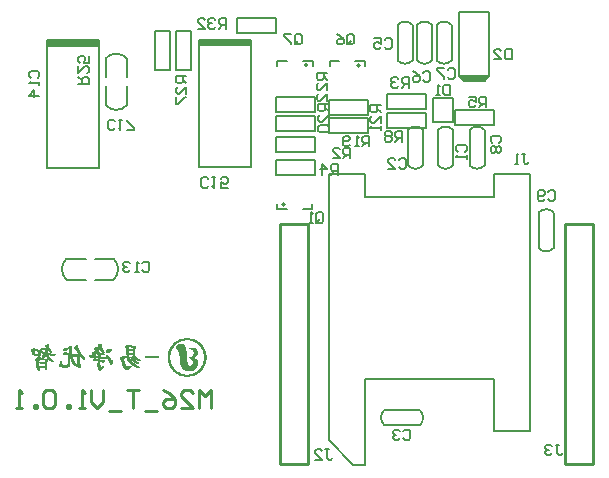
<source format=gbo>
%FSLAX25Y25*%
%MOIN*%
G70*
G01*
G75*
G04 Layer_Color=32896*
%ADD10C,0.03150*%
%ADD11R,0.11811X0.04213*%
%ADD12R,0.03500X0.03000*%
%ADD13R,0.03000X0.03500*%
%ADD14R,0.04299X0.02362*%
%ADD15O,0.05906X0.01969*%
%ADD16O,0.01969X0.05906*%
%ADD17O,0.02756X0.09843*%
%ADD18O,0.09843X0.02756*%
%ADD19R,0.04134X0.08661*%
%ADD20R,0.03937X0.04134*%
%ADD21R,0.09449X0.10236*%
%ADD22R,0.37008X0.27559*%
%ADD23C,0.01000*%
%ADD24C,0.02000*%
%ADD25C,0.04000*%
%ADD26C,0.02500*%
%ADD27C,0.03000*%
%ADD28C,0.05000*%
%ADD29R,0.06500X0.22642*%
%ADD30C,0.06000*%
%ADD31O,0.05906X0.15748*%
%ADD32R,0.06000X0.06000*%
%ADD33R,0.06000X0.06000*%
%ADD34O,0.15748X0.05906*%
%ADD35C,0.02500*%
%ADD36C,0.05000*%
%ADD37R,0.10236X0.09449*%
%ADD38R,0.06000X0.05000*%
%ADD39R,0.05000X0.06000*%
%ADD40R,0.01181X0.01772*%
%ADD41R,0.02362X0.04299*%
%ADD42R,0.07874X0.04921*%
%ADD43R,0.05512X0.06299*%
%ADD44R,0.22000X0.13500*%
%ADD45C,0.00500*%
%ADD46C,0.01969*%
%ADD47C,0.01600*%
%ADD48C,0.00600*%
%ADD49C,0.00800*%
%ADD50R,0.01870X0.17323*%
%ADD51C,0.00100*%
%ADD52R,0.17323X0.01870*%
%ADD53R,0.08412X0.01181*%
D23*
X122461Y1500D02*
Y81500D01*
X113012Y1500D02*
X122461D01*
X113012D02*
Y81500D01*
X122461D01*
X217461Y1500D02*
Y81500D01*
X208012Y1500D02*
X217461D01*
X208012D02*
Y81500D01*
X217461D01*
X90036Y20100D02*
Y26098D01*
X88037Y24099D01*
X86037Y26098D01*
Y20100D01*
X80039D02*
X84038D01*
X80039Y24099D01*
Y25098D01*
X81039Y26098D01*
X83039D01*
X84038Y25098D01*
X74041Y26098D02*
X76041Y25098D01*
X78040Y23099D01*
Y21100D01*
X77040Y20100D01*
X75041D01*
X74041Y21100D01*
Y22099D01*
X75041Y23099D01*
X78040D01*
X72042Y19100D02*
X68043D01*
X66044Y26098D02*
X62045D01*
X64045D01*
Y20100D01*
X60046Y19100D02*
X56047D01*
X54048Y26098D02*
Y22099D01*
X52048Y20100D01*
X50049Y22099D01*
Y26098D01*
X48050Y20100D02*
X46051D01*
X47050D01*
Y26098D01*
X48050Y25098D01*
X43051Y20100D02*
Y21100D01*
X42052D01*
Y20100D01*
X43051D01*
X38053Y25098D02*
X37053Y26098D01*
X35054D01*
X34054Y25098D01*
Y21100D01*
X35054Y20100D01*
X37053D01*
X38053Y21100D01*
Y25098D01*
X32055Y20100D02*
Y21100D01*
X31055D01*
Y20100D01*
X32055D01*
X27057D02*
X25057D01*
X26057D01*
Y26098D01*
X27057Y25098D01*
D45*
X41900Y70041D02*
G03*
X41906Y62953I3279J-3541D01*
G01*
X57532Y62953D02*
G03*
X57538Y70041I-3273J3547D01*
G01*
X54931Y121164D02*
G03*
X62019Y121170I3541J3279D01*
G01*
X62019Y136795D02*
G03*
X54931Y136802I-3547J-3273D01*
G01*
X181211Y112975D02*
G03*
X176261Y112975I-2475J-2475D01*
G01*
Y101025D02*
G03*
X181211Y101025I2475J2475D01*
G01*
X155761D02*
G03*
X160711Y101025I2475J2475D01*
G01*
Y112975D02*
G03*
X155761Y112975I-2475J-2475D01*
G01*
X165761Y101025D02*
G03*
X170711Y101025I2475J2475D01*
G01*
Y112975D02*
G03*
X165761Y112975I-2475J-2475D01*
G01*
X199261Y73525D02*
G03*
X204211Y73525I2475J2475D01*
G01*
Y85475D02*
G03*
X199261Y85475I-2475J-2475D01*
G01*
X122236Y134543D02*
G03*
X122236Y134543I-500J0D01*
G01*
X139736D02*
G03*
X139736Y134543I-500J0D01*
G01*
X114736Y87957D02*
G03*
X114736Y87957I-500J0D01*
G01*
X165261Y136025D02*
G03*
X170211Y136025I2475J2475D01*
G01*
Y147975D02*
G03*
X165261Y147975I-2475J-2475D01*
G01*
X158761Y136025D02*
G03*
X163711Y136025I2475J2475D01*
G01*
Y147975D02*
G03*
X158761Y147975I-2475J-2475D01*
G01*
X152261Y136025D02*
G03*
X157211Y136025I2475J2475D01*
G01*
Y147975D02*
G03*
X152261Y147975I-2475J-2475D01*
G01*
X147761Y19475D02*
G03*
X147761Y14525I2475J-2475D01*
G01*
X159711D02*
G03*
X159711Y19475I-2475J2475D01*
G01*
X35311Y100219D02*
Y140939D01*
X52634Y100219D02*
Y140939D01*
X35311D02*
X52634D01*
X35311Y100219D02*
X52634D01*
X35311Y142809D02*
X52634D01*
Y140939D02*
Y142809D01*
X35311Y140939D02*
Y142809D01*
X86161Y100479D02*
Y141199D01*
X103484Y100479D02*
Y141199D01*
X86161D02*
X103484D01*
X86161Y100479D02*
X103484D01*
X86161Y143069D02*
X103484D01*
Y141199D02*
Y143069D01*
X86161Y141199D02*
Y143069D01*
X83323Y132760D02*
Y145760D01*
X78323Y132760D02*
Y145760D01*
X83323D01*
X78323Y132760D02*
X83323D01*
X76323D02*
Y145760D01*
X71323Y132760D02*
Y145760D01*
X76323D01*
X71323Y132760D02*
X76323D01*
X41902Y62957D02*
X48236Y62957D01*
X41902Y70043D02*
X48236Y70043D01*
X51236Y62957D02*
X57535D01*
X51236Y70043D02*
X57535D01*
X62015Y121166D02*
X62016Y127500D01*
X54929D02*
X54929Y121166D01*
X62016Y130500D02*
Y136799D01*
X54929Y130500D02*
Y136799D01*
X181236Y101100D02*
Y112900D01*
X176236Y101100D02*
Y112900D01*
X148736Y113500D02*
X161736D01*
X148736Y118500D02*
X161736D01*
Y113500D02*
Y118500D01*
X148736Y113500D02*
Y118500D01*
X171236Y119500D02*
X184236D01*
X171236Y114500D02*
X184236D01*
X171236D02*
Y119500D01*
X184236Y114500D02*
Y119500D01*
X148736Y120000D02*
X161736D01*
X148736Y125000D02*
X161736D01*
Y120000D02*
Y125000D01*
X148736Y120000D02*
Y125000D01*
X155736Y101100D02*
Y112900D01*
X160736Y101100D02*
Y112900D01*
X165736Y101100D02*
Y112900D01*
X170736Y101100D02*
Y112900D01*
X199236Y73600D02*
Y85400D01*
X204236Y73600D02*
Y85400D01*
X170583Y115563D02*
Y123437D01*
X163890Y115563D02*
Y123437D01*
X170583D01*
X163890Y115563D02*
X170583D01*
X111736Y117500D02*
X124736D01*
X111736Y112500D02*
X124736D01*
X111736D02*
Y117500D01*
X124736Y112500D02*
Y117500D01*
X111736Y119000D02*
X124736D01*
X111736Y124000D02*
X124736D01*
Y119000D02*
Y124000D01*
X111736Y119000D02*
Y124000D01*
X112091Y135799D02*
X115384D01*
X112091Y134224D02*
Y135799D01*
X120608D02*
X123902D01*
Y134224D02*
Y135799D01*
X129236Y117000D02*
X142236D01*
X129236Y112000D02*
X142236D01*
X129236D02*
Y117000D01*
X142236Y112000D02*
Y117000D01*
X129236Y118000D02*
X142236D01*
X129236Y123000D02*
X142236D01*
Y118000D02*
Y123000D01*
X129236Y118000D02*
Y123000D01*
X129591Y135799D02*
X132884D01*
X129591Y134224D02*
Y135799D01*
X138108D02*
X141402D01*
Y134224D02*
Y135799D01*
X111736Y105500D02*
X124736D01*
X111736Y110500D02*
X124736D01*
Y105500D02*
Y110500D01*
X111736Y105500D02*
Y110500D01*
Y103000D02*
X124736D01*
X111736Y98000D02*
X124736D01*
X111736D02*
Y103000D01*
X124736Y98000D02*
Y103000D01*
X120589Y86701D02*
X123882D01*
Y88276D01*
X112071Y86701D02*
X115364D01*
X112071D02*
Y88276D01*
X165236Y136100D02*
Y147900D01*
X170236Y136100D02*
Y147900D01*
X158736Y136100D02*
Y147900D01*
X163736Y136100D02*
Y147900D01*
X152236Y136100D02*
Y147900D01*
X157236Y136100D02*
Y147900D01*
X147836Y19500D02*
X159636D01*
X147836Y14500D02*
X159636D01*
X111823Y145260D02*
Y150260D01*
X98823Y145260D02*
Y150260D01*
Y145260D02*
X111823D01*
X98823Y150260D02*
X111823D01*
X81823Y130760D02*
X78324D01*
Y129010D01*
X78907Y128427D01*
X80073D01*
X80656Y129010D01*
Y130760D01*
Y129594D02*
X81823Y128427D01*
Y124928D02*
Y127261D01*
X79490Y124928D01*
X78907D01*
X78324Y125512D01*
Y126678D01*
X78907Y127261D01*
X78324Y123762D02*
Y121430D01*
X78907D01*
X81240Y123762D01*
X81823D01*
X45823Y128260D02*
X49322D01*
Y130009D01*
X48739Y130592D01*
X47572D01*
X46989Y130009D01*
Y128260D01*
Y129426D02*
X45823Y130592D01*
Y134091D02*
Y131759D01*
X48155Y134091D01*
X48739D01*
X49322Y133508D01*
Y132342D01*
X48739Y131759D01*
X49322Y137590D02*
Y135258D01*
X47572D01*
X48155Y136424D01*
Y137007D01*
X47572Y137590D01*
X46406D01*
X45823Y137007D01*
Y135841D01*
X46406Y135258D01*
X58055Y113434D02*
X57472Y112851D01*
X56306D01*
X55722Y113434D01*
Y115767D01*
X56306Y116350D01*
X57472D01*
X58055Y115767D01*
X59221Y116350D02*
X60388D01*
X59804D01*
Y112851D01*
X59221Y113434D01*
X62137Y112851D02*
X64470D01*
Y113434D01*
X62137Y115767D01*
Y116350D01*
X89205Y94294D02*
X88622Y93711D01*
X87456D01*
X86873Y94294D01*
Y96627D01*
X87456Y97210D01*
X88622D01*
X89205Y96627D01*
X90372Y97210D02*
X91538D01*
X90955D01*
Y93711D01*
X90372Y94294D01*
X95620Y93711D02*
X93287D01*
Y95460D01*
X94454Y94877D01*
X95037D01*
X95620Y95460D01*
Y96627D01*
X95037Y97210D01*
X93871D01*
X93287Y96627D01*
X29907Y130217D02*
X29324Y130801D01*
Y131967D01*
X29907Y132550D01*
X32239D01*
X32822Y131967D01*
Y130801D01*
X32239Y130217D01*
X32822Y129051D02*
Y127885D01*
Y128468D01*
X29324D01*
X29907Y129051D01*
X32822Y124386D02*
X29324D01*
X31073Y126135D01*
Y123803D01*
X67167Y68416D02*
X67751Y68999D01*
X68917D01*
X69500Y68416D01*
Y66083D01*
X68917Y65500D01*
X67751D01*
X67167Y66083D01*
X66001Y65500D02*
X64835D01*
X65418D01*
Y68999D01*
X66001Y68416D01*
X63085D02*
X62502Y68999D01*
X61336D01*
X60753Y68416D01*
Y67833D01*
X61336Y67249D01*
X61919D01*
X61336D01*
X60753Y66666D01*
Y66083D01*
X61336Y65500D01*
X62502D01*
X63085Y66083D01*
X204904Y7999D02*
X206070D01*
X205487D01*
Y5083D01*
X206070Y4500D01*
X206653D01*
X207236Y5083D01*
X203737Y7416D02*
X203154Y7999D01*
X201988D01*
X201405Y7416D01*
Y6833D01*
X201988Y6249D01*
X202571D01*
X201988D01*
X201405Y5666D01*
Y5083D01*
X201988Y4500D01*
X203154D01*
X203737Y5083D01*
X128167Y6499D02*
X129334D01*
X128751D01*
Y3583D01*
X129334Y3000D01*
X129917D01*
X130500Y3583D01*
X124669Y3000D02*
X127001D01*
X124669Y5333D01*
Y5916D01*
X125252Y6499D01*
X126418D01*
X127001Y5916D01*
X190236Y139979D02*
Y136480D01*
X188487D01*
X187904Y137063D01*
Y139396D01*
X188487Y139979D01*
X190236D01*
X184405Y136480D02*
X186737D01*
X184405Y138813D01*
Y139396D01*
X184988Y139979D01*
X186154D01*
X186737Y139396D01*
X168904Y132916D02*
X169487Y133499D01*
X170653D01*
X171236Y132916D01*
Y130583D01*
X170653Y130000D01*
X169487D01*
X168904Y130583D01*
X167737Y133499D02*
X165405D01*
Y132916D01*
X167737Y130583D01*
Y130000D01*
X160767Y131916D02*
X161351Y132499D01*
X162517D01*
X163100Y131916D01*
Y129583D01*
X162517Y129000D01*
X161351D01*
X160767Y129583D01*
X157269Y132499D02*
X158435Y131916D01*
X159601Y130749D01*
Y129583D01*
X159018Y129000D01*
X157852D01*
X157269Y129583D01*
Y130166D01*
X157852Y130749D01*
X159601D01*
X147904Y142896D02*
X148487Y143479D01*
X149653D01*
X150236Y142896D01*
Y140563D01*
X149653Y139980D01*
X148487D01*
X147904Y140563D01*
X144405Y143479D02*
X146737D01*
Y141730D01*
X145571Y142313D01*
X144988D01*
X144405Y141730D01*
Y140563D01*
X144988Y139980D01*
X146154D01*
X146737Y140563D01*
X193654Y105049D02*
X194820D01*
X194237D01*
Y102133D01*
X194820Y101550D01*
X195403D01*
X195986Y102133D01*
X192487Y101550D02*
X191321D01*
X191904D01*
Y105049D01*
X192487Y104466D01*
X202404Y92231D02*
X202987Y92814D01*
X204153D01*
X204736Y92231D01*
Y89898D01*
X204153Y89315D01*
X202987D01*
X202404Y89898D01*
X201237D02*
X200654Y89315D01*
X199488D01*
X198905Y89898D01*
Y92231D01*
X199488Y92814D01*
X200654D01*
X201237Y92231D01*
Y91647D01*
X200654Y91064D01*
X198905D01*
X172320Y105667D02*
X171737Y106251D01*
Y107417D01*
X172320Y108000D01*
X174653D01*
X175236Y107417D01*
Y106251D01*
X174653Y105667D01*
X175236Y104501D02*
Y103335D01*
Y103918D01*
X171737D01*
X172320Y104501D01*
X152667Y102916D02*
X153251Y103499D01*
X154417D01*
X155000Y102916D01*
Y100583D01*
X154417Y100000D01*
X153251D01*
X152667Y100583D01*
X149169Y100000D02*
X151501D01*
X149169Y102333D01*
Y102916D01*
X149752Y103499D01*
X150918D01*
X151501Y102916D01*
X154167Y12416D02*
X154751Y12999D01*
X155917D01*
X156500Y12416D01*
Y10083D01*
X155917Y9500D01*
X154751D01*
X154167Y10083D01*
X153001Y12416D02*
X152418Y12999D01*
X151252D01*
X150669Y12416D01*
Y11833D01*
X151252Y11249D01*
X151835D01*
X151252D01*
X150669Y10666D01*
Y10083D01*
X151252Y9500D01*
X152418D01*
X153001Y10083D01*
X183820Y108667D02*
X183237Y109251D01*
Y110417D01*
X183820Y111000D01*
X186153D01*
X186736Y110417D01*
Y109251D01*
X186153Y108667D01*
X183820Y107501D02*
X183237Y106918D01*
Y105752D01*
X183820Y105169D01*
X184404D01*
X184987Y105752D01*
X185570Y105169D01*
X186153D01*
X186736Y105752D01*
Y106918D01*
X186153Y107501D01*
X185570D01*
X184987Y106918D01*
X184404Y107501D01*
X183820D01*
X184987Y106918D02*
Y105752D01*
X117904Y142063D02*
Y144396D01*
X118487Y144979D01*
X119653D01*
X120236Y144396D01*
Y142063D01*
X119653Y141480D01*
X118487D01*
X119070Y142647D02*
X117904Y141480D01*
X118487D02*
X117904Y142063D01*
X116737Y144979D02*
X114405D01*
Y144396D01*
X116737Y142063D01*
Y141480D01*
X135404Y142063D02*
Y144396D01*
X135987Y144979D01*
X137153D01*
X137736Y144396D01*
Y142063D01*
X137153Y141480D01*
X135987D01*
X136570Y142647D02*
X135404Y141480D01*
X135987D02*
X135404Y142063D01*
X131905Y144979D02*
X133071Y144396D01*
X134237Y143230D01*
Y142063D01*
X133654Y141480D01*
X132488D01*
X131905Y142063D01*
Y142647D01*
X132488Y143230D01*
X134237D01*
X125167Y82583D02*
Y84916D01*
X125751Y85499D01*
X126917D01*
X127500Y84916D01*
Y82583D01*
X126917Y82000D01*
X125751D01*
X126334Y83166D02*
X125167Y82000D01*
X125751D02*
X125167Y82583D01*
X124001Y82000D02*
X122835D01*
X123418D01*
Y85499D01*
X124001Y84916D01*
X156000Y127000D02*
Y130499D01*
X154251D01*
X153667Y129916D01*
Y128749D01*
X154251Y128166D01*
X156000D01*
X154834D02*
X153667Y127000D01*
X152501Y129916D02*
X151918Y130499D01*
X150752D01*
X150169Y129916D01*
Y129333D01*
X150752Y128749D01*
X151335D01*
X150752D01*
X150169Y128166D01*
Y127583D01*
X150752Y127000D01*
X151918D01*
X152501Y127583D01*
X181736Y120500D02*
Y123999D01*
X179987D01*
X179404Y123416D01*
Y122249D01*
X179987Y121666D01*
X181736D01*
X180570D02*
X179404Y120500D01*
X175905Y123999D02*
X178237D01*
Y122249D01*
X177071Y122833D01*
X176488D01*
X175905Y122249D01*
Y121083D01*
X176488Y120500D01*
X177654D01*
X178237Y121083D01*
X153736Y109000D02*
Y112499D01*
X151987D01*
X151404Y111916D01*
Y110749D01*
X151987Y110166D01*
X153736D01*
X152570D02*
X151404Y109000D01*
X150237Y111916D02*
X149654Y112499D01*
X148488D01*
X147905Y111916D01*
Y111333D01*
X148488Y110749D01*
X147905Y110166D01*
Y109583D01*
X148488Y109000D01*
X149654D01*
X150237Y109583D01*
Y110166D01*
X149654Y110749D01*
X150237Y111333D01*
Y111916D01*
X149654Y110749D02*
X148488D01*
X129236Y121480D02*
X125737D01*
Y119731D01*
X126321Y119148D01*
X127487D01*
X128070Y119731D01*
Y121480D01*
Y120314D02*
X129236Y119148D01*
Y115649D02*
Y117981D01*
X126904Y115649D01*
X126321D01*
X125737Y116232D01*
Y117398D01*
X126321Y117981D01*
Y114483D02*
X125737Y113899D01*
Y112733D01*
X126321Y112150D01*
X128653D01*
X129236Y112733D01*
Y113899D01*
X128653Y114483D01*
X126321D01*
X128736Y131980D02*
X125237D01*
Y130231D01*
X125821Y129648D01*
X126987D01*
X127570Y130231D01*
Y131980D01*
Y130814D02*
X128736Y129648D01*
Y126149D02*
Y128481D01*
X126404Y126149D01*
X125821D01*
X125237Y126732D01*
Y127898D01*
X125821Y128481D01*
X128736Y122650D02*
Y124983D01*
X126404Y122650D01*
X125821D01*
X125237Y123233D01*
Y124399D01*
X125821Y124983D01*
X142736Y107480D02*
Y110979D01*
X140987D01*
X140404Y110396D01*
Y109230D01*
X140987Y108647D01*
X142736D01*
X141570D02*
X140404Y107480D01*
X139237D02*
X138071D01*
X138654D01*
Y110979D01*
X139237Y110396D01*
X136322Y108063D02*
X135739Y107480D01*
X134572D01*
X133989Y108063D01*
Y110396D01*
X134572Y110979D01*
X135739D01*
X136322Y110396D01*
Y109813D01*
X135739Y109230D01*
X133989D01*
X146700Y121100D02*
X143201D01*
Y119351D01*
X143784Y118767D01*
X144951D01*
X145534Y119351D01*
Y121100D01*
Y119934D02*
X146700Y118767D01*
Y115269D02*
Y117601D01*
X144367Y115269D01*
X143784D01*
X143201Y115852D01*
Y117018D01*
X143784Y117601D01*
X146700Y114102D02*
Y112936D01*
Y113519D01*
X143201D01*
X143784Y114102D01*
X136500Y103500D02*
Y106999D01*
X134751D01*
X134167Y106416D01*
Y105249D01*
X134751Y104666D01*
X136500D01*
X135334D02*
X134167Y103500D01*
X130669D02*
X133001D01*
X130669Y105833D01*
Y106416D01*
X131252Y106999D01*
X132418D01*
X133001Y106416D01*
X132236Y98000D02*
Y101499D01*
X130487D01*
X129904Y100916D01*
Y99749D01*
X130487Y99166D01*
X132236D01*
X131070D02*
X129904Y98000D01*
X126988D02*
Y101499D01*
X128737Y99749D01*
X126405D01*
X169736Y127999D02*
Y124500D01*
X167987D01*
X167404Y125083D01*
Y127416D01*
X167987Y127999D01*
X169736D01*
X166237Y124500D02*
X165071D01*
X165654D01*
Y127999D01*
X166237Y127416D01*
X95036Y146700D02*
Y150199D01*
X93287D01*
X92704Y149616D01*
Y148449D01*
X93287Y147866D01*
X95036D01*
X93870D02*
X92704Y146700D01*
X91537Y149616D02*
X90954Y150199D01*
X89788D01*
X89205Y149616D01*
Y149033D01*
X89788Y148449D01*
X90371D01*
X89788D01*
X89205Y147866D01*
Y147283D01*
X89788Y146700D01*
X90954D01*
X91537Y147283D01*
X85706Y146700D02*
X88038D01*
X85706Y149033D01*
Y149616D01*
X86289Y150199D01*
X87455D01*
X88038Y149616D01*
D49*
X172815Y130870D02*
Y152130D01*
X182658Y130870D02*
Y152130D01*
X172815D02*
X182636D01*
X172815Y130870D02*
X182658D01*
X174236Y129389D02*
X181236D01*
X172815Y130810D02*
Y133000D01*
X180296Y129449D02*
X181236D01*
X182658Y130810D02*
Y130870D01*
X181296Y129449D02*
X182658Y130810D01*
X172815D02*
X174236Y129389D01*
X129220Y9419D02*
Y22165D01*
Y9419D02*
X137537Y1102D01*
X141228D01*
X184535Y12520D02*
X196543D01*
X141228Y29842D02*
X184535D01*
X141228Y90472D02*
Y98150D01*
X129220D02*
X141228D01*
Y90472D02*
X184535D01*
Y98150D01*
X196543D01*
Y12520D02*
Y98150D01*
X141228Y1102D02*
Y29842D01*
X129220Y22165D02*
Y98150D01*
X184535Y12520D02*
Y29842D01*
D51*
X81036Y43500D02*
X82836D01*
X80436Y43400D02*
X83336D01*
X80136Y43300D02*
X83736D01*
X79836Y43200D02*
X84036D01*
X79536Y43100D02*
X84336D01*
X82936Y43000D02*
X84536D01*
X79336D02*
X80936D01*
X83436Y42900D02*
X84736D01*
X79036D02*
X80436D01*
X83736Y42800D02*
X84936D01*
X78936D02*
X80136D01*
X84036Y42700D02*
X85136D01*
X78736D02*
X79836D01*
X84236Y42600D02*
X85336D01*
X78536D02*
X79636D01*
X84436Y42500D02*
X85436D01*
X78436D02*
X79336D01*
X84636Y42400D02*
X85636D01*
X78236D02*
X79136D01*
X84836Y42300D02*
X85736D01*
X78136D02*
X79036D01*
X85036Y42200D02*
X85836D01*
X77936D02*
X78836D01*
X85136Y42100D02*
X85936D01*
X77836D02*
X78636D01*
X85336Y42000D02*
X86136D01*
X77736D02*
X78536D01*
X85436Y41900D02*
X86236D01*
X77636D02*
X78436D01*
X85536Y41800D02*
X86336D01*
X77536D02*
X78236D01*
X85736Y41700D02*
X86436D01*
X79336D02*
X80236D01*
X77436D02*
X78136D01*
X85836Y41600D02*
X86536D01*
X79136D02*
X80536D01*
X77336D02*
X78036D01*
X52836D02*
X53336D01*
X85936Y41500D02*
X86636D01*
X78936D02*
X80636D01*
X77236D02*
X77936D01*
X52536D02*
X53336D01*
X35236D02*
X35636D01*
X86036Y41400D02*
X86736D01*
X78836D02*
X80736D01*
X77136D02*
X77836D01*
X52436D02*
X53336D01*
X34936D02*
X35636D01*
X86136Y41300D02*
X86736D01*
X78736D02*
X80836D01*
X77036D02*
X77736D01*
X62036D02*
X62536D01*
X52336D02*
X53236D01*
X34836D02*
X35636D01*
X86236Y41200D02*
X86836D01*
X78736D02*
X80936D01*
X76936D02*
X77636D01*
X61836D02*
X62836D01*
X52236D02*
X53236D01*
X34736D02*
X35636D01*
X86336Y41100D02*
X86936D01*
X78636D02*
X81036D01*
X76936D02*
X77536D01*
X61636D02*
X63236D01*
X52236D02*
X53336D01*
X45136D02*
X45436D01*
X34736D02*
X35636D01*
X86436Y41000D02*
X87036D01*
X78636D02*
X81036D01*
X76836D02*
X77436D01*
X64536D02*
X64836D01*
X61436D02*
X63836D01*
X52236D02*
X53336D01*
X44936D02*
X45436D01*
X34736D02*
X35636D01*
X86436Y40900D02*
X87136D01*
X78536D02*
X81136D01*
X76736D02*
X77336D01*
X61436D02*
X64836D01*
X52336D02*
X53336D01*
X44736D02*
X45436D01*
X42936D02*
X43536D01*
X34836D02*
X35736D01*
X86536Y40800D02*
X87136D01*
X78536D02*
X81136D01*
X76736D02*
X77336D01*
X62736D02*
X64836D01*
X61436D02*
X62536D01*
X52436D02*
X53336D01*
X44636D02*
X45436D01*
X42736D02*
X43536D01*
X34936D02*
X35736D01*
X86636Y40700D02*
X87236D01*
X78436D02*
X81236D01*
X76636D02*
X77236D01*
X63236D02*
X64836D01*
X61436D02*
X62436D01*
X52536D02*
X53436D01*
X44636D02*
X45436D01*
X42536D02*
X43536D01*
X35036D02*
X35736D01*
X86736Y40600D02*
X87336D01*
X78436D02*
X81236D01*
X76536D02*
X77136D01*
X63836D02*
X64736D01*
X61536D02*
X62436D01*
X52636D02*
X53436D01*
X51736D02*
X51936D01*
X44536D02*
X45436D01*
X42536D02*
X43536D01*
X35036D02*
X35836D01*
X86736Y40500D02*
X87336D01*
X78436D02*
X81236D01*
X76536D02*
X77036D01*
X64036D02*
X64736D01*
X61536D02*
X62336D01*
X52636D02*
X53436D01*
X51436D02*
X52136D01*
X44536D02*
X45536D01*
X42536D02*
X43436D01*
X35136D02*
X35836D01*
X86836Y40400D02*
X87436D01*
X83236D02*
X84036D01*
X78436D02*
X81336D01*
X76436D02*
X77036D01*
X64036D02*
X64636D01*
X61636D02*
X62336D01*
X52736D02*
X53536D01*
X51236D02*
X52336D01*
X44536D02*
X45536D01*
X42536D02*
X43436D01*
X35236D02*
X35936D01*
X33636D02*
X34036D01*
X86936Y40300D02*
X87436D01*
X82736D02*
X84336D01*
X78436D02*
X81336D01*
X76336D02*
X76936D01*
X64036D02*
X64636D01*
X61636D02*
X62336D01*
X52836D02*
X53536D01*
X51036D02*
X52536D01*
X44636D02*
X45536D01*
X42536D02*
X43336D01*
X41336D02*
X42136D01*
X35236D02*
X35936D01*
X33436D02*
X34336D01*
X86936Y40200D02*
X87536D01*
X82936D02*
X84536D01*
X78536D02*
X81336D01*
X76336D02*
X76936D01*
X63936D02*
X64636D01*
X61636D02*
X62336D01*
X51036D02*
X53536D01*
X44736D02*
X45636D01*
X42536D02*
X43336D01*
X41036D02*
X42136D01*
X35336D02*
X36036D01*
X33436D02*
X34636D01*
X87036Y40100D02*
X87536D01*
X83336D02*
X84736D01*
X78636D02*
X81436D01*
X76236D02*
X76836D01*
X63936D02*
X64536D01*
X61736D02*
X62336D01*
X51036D02*
X53636D01*
X44836D02*
X45636D01*
X42636D02*
X43336D01*
X40936D02*
X42036D01*
X35336D02*
X36036D01*
X33436D02*
X34936D01*
X30736D02*
X31136D01*
X87036Y40000D02*
X87636D01*
X83536D02*
X84836D01*
X78736D02*
X81436D01*
X76236D02*
X76736D01*
X63936D02*
X64536D01*
X61736D02*
X62336D01*
X56136D02*
X56636D01*
X51036D02*
X53636D01*
X44836D02*
X45636D01*
X42636D02*
X43336D01*
X40836D02*
X41936D01*
X35436D02*
X36136D01*
X33636D02*
X35336D01*
X30436D02*
X31336D01*
X87136Y39900D02*
X87636D01*
X83736D02*
X84836D01*
X78836D02*
X81436D01*
X76136D02*
X76736D01*
X63936D02*
X64536D01*
X62836D02*
X63436D01*
X61736D02*
X62336D01*
X55736D02*
X56736D01*
X51136D02*
X53736D01*
X44936D02*
X45736D01*
X42636D02*
X43336D01*
X40836D02*
X41836D01*
X34036D02*
X36136D01*
X30336D02*
X31636D01*
X87136Y39800D02*
X87736D01*
X83836D02*
X84936D01*
X78936D02*
X81536D01*
X76136D02*
X76636D01*
X63936D02*
X64536D01*
X62736D02*
X63836D01*
X61736D02*
X62336D01*
X55536D02*
X56736D01*
X52536D02*
X53736D01*
X51336D02*
X52236D01*
X45036D02*
X45736D01*
X42636D02*
X43336D01*
X40736D02*
X41736D01*
X34336D02*
X36236D01*
X32936D02*
X33336D01*
X30136D02*
X32036D01*
X87236Y39700D02*
X87736D01*
X83936D02*
X85036D01*
X79036D02*
X81536D01*
X76136D02*
X76636D01*
X62736D02*
X64536D01*
X61736D02*
X62336D01*
X55336D02*
X56636D01*
X53136D02*
X53836D01*
X51436D02*
X52336D01*
X45036D02*
X45836D01*
X42636D02*
X43336D01*
X40736D02*
X41636D01*
X34636D02*
X36336D01*
X30036D02*
X33336D01*
X87236Y39600D02*
X87836D01*
X83936D02*
X85036D01*
X79036D02*
X81536D01*
X76036D02*
X76536D01*
X62736D02*
X64536D01*
X61736D02*
X62336D01*
X55236D02*
X56636D01*
X53236D02*
X53836D01*
X51536D02*
X52336D01*
X45136D02*
X45836D01*
X42736D02*
X43336D01*
X40736D02*
X41436D01*
X34636D02*
X36336D01*
X29936D02*
X33336D01*
X87336Y39500D02*
X87836D01*
X84036D02*
X85136D01*
X79136D02*
X81536D01*
X76036D02*
X76536D01*
X62936D02*
X64536D01*
X61736D02*
X62336D01*
X55136D02*
X56536D01*
X53236D02*
X53936D01*
X51636D02*
X52336D01*
X45136D02*
X45936D01*
X42736D02*
X43336D01*
X40836D02*
X41336D01*
X35836D02*
X36436D01*
X34636D02*
X35336D01*
X31636D02*
X33236D01*
X29936D02*
X31036D01*
X87336Y39400D02*
X87836D01*
X84136D02*
X85136D01*
X79136D02*
X81536D01*
X75936D02*
X76536D01*
X63936D02*
X64536D01*
X61736D02*
X62336D01*
X55136D02*
X56436D01*
X53336D02*
X53936D01*
X51736D02*
X52436D01*
X45236D02*
X45936D01*
X42736D02*
X43336D01*
X35936D02*
X36536D01*
X34636D02*
X35336D01*
X32136D02*
X33236D01*
X29936D02*
X31036D01*
X87436Y39300D02*
X87936D01*
X84136D02*
X85136D01*
X79236D02*
X81536D01*
X75936D02*
X76436D01*
X63936D02*
X64536D01*
X61736D02*
X62336D01*
X55136D02*
X56336D01*
X53436D02*
X54036D01*
X51836D02*
X52436D01*
X45336D02*
X46036D01*
X42736D02*
X43336D01*
X36036D02*
X36636D01*
X34636D02*
X35336D01*
X32536D02*
X33136D01*
X30036D02*
X31036D01*
X87436Y39200D02*
X87936D01*
X84136D02*
X85236D01*
X79236D02*
X81636D01*
X75936D02*
X76436D01*
X63936D02*
X64436D01*
X61736D02*
X62336D01*
X55136D02*
X56236D01*
X53536D02*
X54136D01*
X51836D02*
X52536D01*
X45336D02*
X46036D01*
X42736D02*
X43336D01*
X36136D02*
X36736D01*
X34636D02*
X35336D01*
X32536D02*
X33136D01*
X30136D02*
X31036D01*
X87436Y39100D02*
X87936D01*
X84236D02*
X85236D01*
X79236D02*
X81636D01*
X75836D02*
X76336D01*
X63936D02*
X64436D01*
X61736D02*
X62436D01*
X55136D02*
X56036D01*
X53636D02*
X54136D01*
X51936D02*
X52536D01*
X51036D02*
X51436D01*
X45436D02*
X46136D01*
X42736D02*
X43436D01*
X36236D02*
X36836D01*
X34736D02*
X35336D01*
X33536D02*
X33836D01*
X32536D02*
X33136D01*
X30236D02*
X31036D01*
X87536Y39000D02*
X88036D01*
X84236D02*
X85236D01*
X79336D02*
X81636D01*
X75836D02*
X76336D01*
X63936D02*
X64436D01*
X61736D02*
X62436D01*
X55136D02*
X55936D01*
X53736D02*
X54236D01*
X52036D02*
X52636D01*
X50736D02*
X51636D01*
X45436D02*
X46136D01*
X42736D02*
X43436D01*
X36336D02*
X36836D01*
X34736D02*
X35336D01*
X33336D02*
X34336D01*
X32536D02*
X33036D01*
X30336D02*
X31036D01*
X87536Y38900D02*
X88036D01*
X84236D02*
X85236D01*
X79336D02*
X81636D01*
X75836D02*
X76336D01*
X63936D02*
X64436D01*
X61836D02*
X62436D01*
X55136D02*
X55836D01*
X53836D02*
X54236D01*
X52036D02*
X52636D01*
X50536D02*
X51936D01*
X45536D02*
X46236D01*
X42736D02*
X43436D01*
X36536D02*
X36836D01*
X33336D02*
X35336D01*
X32536D02*
X33036D01*
X30436D02*
X31136D01*
X87536Y38800D02*
X88036D01*
X84236D02*
X85236D01*
X79336D02*
X81636D01*
X75836D02*
X76336D01*
X63936D02*
X64436D01*
X61836D02*
X62436D01*
X55136D02*
X55636D01*
X53936D02*
X54236D01*
X50436D02*
X52636D01*
X45536D02*
X46236D01*
X42736D02*
X43436D01*
X40936D02*
X41736D01*
X33336D02*
X35336D01*
X32536D02*
X33036D01*
X30436D02*
X31136D01*
X87536Y38700D02*
X88036D01*
X84236D02*
X85236D01*
X79436D02*
X81636D01*
X75736D02*
X76236D01*
X63936D02*
X64436D01*
X62636D02*
X63236D01*
X61836D02*
X62436D01*
X50336D02*
X52736D01*
X45636D02*
X46336D01*
X42836D02*
X43436D01*
X40736D02*
X42036D01*
X33636D02*
X35536D01*
X32536D02*
X33036D01*
X30536D02*
X31136D01*
X87636Y38600D02*
X88136D01*
X84236D02*
X85236D01*
X79436D02*
X81636D01*
X75736D02*
X76236D01*
X61836D02*
X64436D01*
X50336D02*
X53236D01*
X45736D02*
X46436D01*
X42836D02*
X43436D01*
X40636D02*
X42436D01*
X34136D02*
X35836D01*
X32436D02*
X33036D01*
X30636D02*
X31136D01*
X87636Y38500D02*
X88136D01*
X84236D02*
X85236D01*
X79436D02*
X81636D01*
X75736D02*
X76236D01*
X61836D02*
X64436D01*
X50336D02*
X53936D01*
X45736D02*
X46436D01*
X40636D02*
X43436D01*
X34536D02*
X36236D01*
X32436D02*
X32936D01*
X30636D02*
X31136D01*
X87636Y38400D02*
X88136D01*
X84236D02*
X85236D01*
X79536D02*
X81636D01*
X75736D02*
X76236D01*
X61836D02*
X64436D01*
X52136D02*
X54436D01*
X50436D02*
X51436D01*
X45736D02*
X46536D01*
X40636D02*
X43436D01*
X34836D02*
X36736D01*
X32436D02*
X32936D01*
X30636D02*
X31336D01*
X87636Y38300D02*
X88136D01*
X84236D02*
X85236D01*
X79536D02*
X81736D01*
X75736D02*
X76136D01*
X61936D02*
X64436D01*
X52436D02*
X54436D01*
X50536D02*
X51436D01*
X45636D02*
X46636D01*
X40836D02*
X43936D01*
X34836D02*
X37236D01*
X32436D02*
X32936D01*
X30536D02*
X31936D01*
X87736Y38200D02*
X88136D01*
X84236D02*
X85236D01*
X79536D02*
X81736D01*
X75636D02*
X76136D01*
X63636D02*
X64436D01*
X61936D02*
X62536D01*
X52336D02*
X54336D01*
X50636D02*
X51436D01*
X45536D02*
X46636D01*
X41336D02*
X44436D01*
X34936D02*
X37936D01*
X30536D02*
X32936D01*
X87736Y38100D02*
X88136D01*
X84136D02*
X85136D01*
X79536D02*
X81736D01*
X75636D02*
X76136D01*
X63936D02*
X64436D01*
X62036D02*
X62536D01*
X53436D02*
X54136D01*
X52236D02*
X53136D01*
X50636D02*
X51436D01*
X45536D02*
X46736D01*
X41936D02*
X45136D01*
X36036D02*
X37936D01*
X34136D02*
X35636D01*
X30536D02*
X32936D01*
X87736Y38000D02*
X88236D01*
X84136D02*
X85036D01*
X79536D02*
X81736D01*
X75636D02*
X76136D01*
X64036D02*
X64436D01*
X62036D02*
X62436D01*
X55036D02*
X55336D01*
X52236D02*
X53036D01*
X50736D02*
X51436D01*
X49636D02*
X50036D01*
X45436D02*
X46836D01*
X42436D02*
X45236D01*
X36436D02*
X37836D01*
X33936D02*
X35636D01*
X31136D02*
X32936D01*
X87736Y37900D02*
X88236D01*
X84036D02*
X85036D01*
X79536D02*
X81736D01*
X75636D02*
X76136D01*
X64036D02*
X64436D01*
X62136D02*
X62436D01*
X55036D02*
X55436D01*
X52236D02*
X53036D01*
X50736D02*
X51436D01*
X49436D02*
X50536D01*
X46136D02*
X46936D01*
X45436D02*
X46036D01*
X42836D02*
X45236D01*
X36736D02*
X37736D01*
X35036D02*
X35636D01*
X33736D02*
X34736D01*
X32136D02*
X32936D01*
X87736Y37800D02*
X88236D01*
X83936D02*
X84936D01*
X79636D02*
X81736D01*
X75636D02*
X76136D01*
X63936D02*
X64436D01*
X55136D02*
X55436D01*
X52236D02*
X53036D01*
X49236D02*
X51436D01*
X46236D02*
X46936D01*
X45436D02*
X46036D01*
X42536D02*
X45136D01*
X36936D02*
X37536D01*
X35036D02*
X35736D01*
X33636D02*
X34736D01*
X32436D02*
X32836D01*
X87736Y37700D02*
X88236D01*
X83836D02*
X84836D01*
X79636D02*
X81736D01*
X75636D02*
X76136D01*
X63936D02*
X64536D01*
X60636D02*
X61036D01*
X55136D02*
X55536D01*
X52236D02*
X52936D01*
X49236D02*
X51636D01*
X46336D02*
X47036D01*
X45436D02*
X46036D01*
X44136D02*
X44936D01*
X42336D02*
X43536D01*
X35136D02*
X35736D01*
X33636D02*
X34636D01*
X32436D02*
X32836D01*
X87736Y37600D02*
X88236D01*
X83736D02*
X84736D01*
X79636D02*
X81736D01*
X75636D02*
X76136D01*
X68136D02*
X72536D01*
X63836D02*
X64636D01*
X60436D02*
X61536D01*
X55236D02*
X55636D01*
X49236D02*
X52936D01*
X46436D02*
X47136D01*
X45436D02*
X46036D01*
X42236D02*
X43636D01*
X35136D02*
X35836D01*
X33636D02*
X34536D01*
X32536D02*
X32836D01*
X87736Y37500D02*
X88236D01*
X83636D02*
X84536D01*
X79636D02*
X81736D01*
X75636D02*
X76136D01*
X68136D02*
X72536D01*
X63836D02*
X64736D01*
X60336D02*
X62336D01*
X55236D02*
X55736D01*
X49236D02*
X52936D01*
X46536D02*
X47236D01*
X45436D02*
X46036D01*
X42236D02*
X43636D01*
X35236D02*
X35836D01*
X33636D02*
X34436D01*
X32536D02*
X32736D01*
X87736Y37400D02*
X88236D01*
X83436D02*
X84436D01*
X79636D02*
X81736D01*
X75636D02*
X76136D01*
X68136D02*
X72536D01*
X63836D02*
X64836D01*
X60136D02*
X63336D01*
X55336D02*
X55736D01*
X49636D02*
X53336D01*
X46636D02*
X47336D01*
X45436D02*
X46036D01*
X43036D02*
X43636D01*
X42236D02*
X42836D01*
X35236D02*
X35936D01*
X33636D02*
X34336D01*
X87736Y37300D02*
X88236D01*
X83236D02*
X84136D01*
X79636D02*
X81736D01*
X75636D02*
X76136D01*
X68136D02*
X72536D01*
X60036D02*
X64936D01*
X55336D02*
X55836D01*
X50936D02*
X54036D01*
X46736D02*
X47436D01*
X45436D02*
X46036D01*
X43036D02*
X43636D01*
X42236D02*
X42836D01*
X35336D02*
X36036D01*
X33636D02*
X34236D01*
X87736Y37200D02*
X88236D01*
X83036D02*
X83936D01*
X79636D02*
X81736D01*
X75636D02*
X76136D01*
X68136D02*
X72536D01*
X59936D02*
X65036D01*
X55336D02*
X55936D01*
X51936D02*
X55036D01*
X50936D02*
X51536D01*
X46836D02*
X47536D01*
X45436D02*
X45936D01*
X43036D02*
X43736D01*
X42236D02*
X42836D01*
X35336D02*
X36036D01*
X33736D02*
X34036D01*
X87736Y37100D02*
X88236D01*
X82836D02*
X83736D01*
X79636D02*
X81736D01*
X75636D02*
X76136D01*
X68136D02*
X72536D01*
X62136D02*
X65136D01*
X59836D02*
X61036D01*
X55436D02*
X56036D01*
X52236D02*
X55036D01*
X50936D02*
X51536D01*
X46936D02*
X47636D01*
X45436D02*
X45936D01*
X43036D02*
X43736D01*
X42236D02*
X42836D01*
X35436D02*
X36136D01*
X32136D02*
X32936D01*
X87736Y37000D02*
X88236D01*
X83136D02*
X84036D01*
X79636D02*
X81736D01*
X75636D02*
X76136D01*
X63436D02*
X65236D01*
X62136D02*
X62736D01*
X59736D02*
X60936D01*
X55436D02*
X56036D01*
X52236D02*
X55036D01*
X51036D02*
X51536D01*
X47036D02*
X47636D01*
X45436D02*
X45936D01*
X43136D02*
X43736D01*
X42236D02*
X42836D01*
X35536D02*
X36236D01*
X31936D02*
X33236D01*
X87736Y36900D02*
X88236D01*
X83236D02*
X84236D01*
X79636D02*
X81736D01*
X75636D02*
X76136D01*
X64536D02*
X65336D01*
X63636D02*
X64136D01*
X62036D02*
X62836D01*
X59736D02*
X60836D01*
X55536D02*
X56136D01*
X53436D02*
X55036D01*
X52236D02*
X52836D01*
X51036D02*
X51536D01*
X47236D02*
X47736D01*
X45436D02*
X45936D01*
X43136D02*
X43736D01*
X42236D02*
X42836D01*
X35636D02*
X36336D01*
X31836D02*
X33636D01*
X87736Y36800D02*
X88236D01*
X83436D02*
X84436D01*
X79636D02*
X81736D01*
X75636D02*
X76136D01*
X64636D02*
X65436D01*
X63536D02*
X64136D01*
X62036D02*
X62836D01*
X59736D02*
X60836D01*
X55536D02*
X56236D01*
X53936D02*
X54836D01*
X52236D02*
X52836D01*
X51036D02*
X51536D01*
X47336D02*
X47836D01*
X45436D02*
X45936D01*
X43136D02*
X43836D01*
X42236D02*
X42836D01*
X35636D02*
X36436D01*
X31736D02*
X34136D01*
X87736Y36700D02*
X88236D01*
X83536D02*
X84636D01*
X79636D02*
X81736D01*
X75636D02*
X76136D01*
X64836D02*
X65636D01*
X63436D02*
X64236D01*
X61936D02*
X62836D01*
X59736D02*
X60836D01*
X55636D02*
X56336D01*
X52236D02*
X52836D01*
X51036D02*
X51536D01*
X47536D02*
X47836D01*
X45436D02*
X46036D01*
X43236D02*
X43836D01*
X42336D02*
X42836D01*
X35736D02*
X36436D01*
X31636D02*
X35436D01*
X87736Y36600D02*
X88236D01*
X83636D02*
X84836D01*
X79636D02*
X81736D01*
X75636D02*
X76136D01*
X64936D02*
X65736D01*
X63436D02*
X64336D01*
X61936D02*
X62936D01*
X59836D02*
X60836D01*
X55636D02*
X56436D01*
X52236D02*
X52836D01*
X50936D02*
X51536D01*
X45436D02*
X46036D01*
X43236D02*
X43936D01*
X42336D02*
X42836D01*
X35836D02*
X36536D01*
X33436D02*
X35436D01*
X31536D02*
X32736D01*
X87736Y36500D02*
X88236D01*
X83736D02*
X84936D01*
X79736D02*
X81736D01*
X75636D02*
X76136D01*
X65136D02*
X65936D01*
X63436D02*
X64336D01*
X61936D02*
X62936D01*
X59936D02*
X60836D01*
X55736D02*
X56436D01*
X50836D02*
X52836D01*
X45436D02*
X46036D01*
X43236D02*
X43936D01*
X42336D02*
X42836D01*
X35936D02*
X36636D01*
X34036D02*
X35436D01*
X31536D02*
X32636D01*
X87736Y36400D02*
X88136D01*
X83836D02*
X85036D01*
X79736D02*
X81736D01*
X75636D02*
X76136D01*
X65336D02*
X66036D01*
X63536D02*
X64436D01*
X62036D02*
X63036D01*
X59936D02*
X60836D01*
X55736D02*
X56536D01*
X50836D02*
X52836D01*
X45536D02*
X46036D01*
X43336D02*
X43936D01*
X42336D02*
X42836D01*
X36136D02*
X36836D01*
X34636D02*
X35336D01*
X31536D02*
X32636D01*
X87636Y36300D02*
X88136D01*
X83836D02*
X85136D01*
X79736D02*
X81736D01*
X75636D02*
X76136D01*
X65536D02*
X66236D01*
X63736D02*
X64536D01*
X62136D02*
X63036D01*
X60036D02*
X60836D01*
X55836D02*
X56636D01*
X50836D02*
X53336D01*
X45536D02*
X46036D01*
X43336D02*
X44036D01*
X42336D02*
X42836D01*
X36236D02*
X36936D01*
X34636D02*
X35336D01*
X31636D02*
X32636D01*
X87636Y36200D02*
X88136D01*
X83936D02*
X85236D01*
X79736D02*
X81736D01*
X75736D02*
X76136D01*
X65736D02*
X66436D01*
X63836D02*
X64636D01*
X62236D02*
X63136D01*
X60036D02*
X60836D01*
X55936D02*
X56836D01*
X51036D02*
X54036D01*
X45536D02*
X46036D01*
X43336D02*
X44036D01*
X42336D02*
X42836D01*
X36336D02*
X37036D01*
X34636D02*
X35236D01*
X31736D02*
X32536D01*
X87636Y36100D02*
X88136D01*
X83936D02*
X85236D01*
X79736D02*
X81836D01*
X75736D02*
X76236D01*
X66036D02*
X66436D01*
X64036D02*
X64836D01*
X62336D02*
X63236D01*
X60036D02*
X60836D01*
X55936D02*
X57036D01*
X51736D02*
X54436D01*
X45536D02*
X46036D01*
X43436D02*
X44136D01*
X42336D02*
X42836D01*
X36536D02*
X37136D01*
X34636D02*
X35236D01*
X31736D02*
X32536D01*
X87636Y36000D02*
X88136D01*
X84036D02*
X85336D01*
X79736D02*
X81836D01*
X75736D02*
X76236D01*
X64136D02*
X64936D01*
X62436D02*
X63336D01*
X60136D02*
X60836D01*
X56036D02*
X57136D01*
X52236D02*
X54436D01*
X45536D02*
X46036D01*
X43436D02*
X44136D01*
X42336D02*
X42836D01*
X39736D02*
X39936D01*
X36736D02*
X37236D01*
X34636D02*
X35236D01*
X31736D02*
X32536D01*
X87636Y35900D02*
X88136D01*
X84036D02*
X85336D01*
X79736D02*
X81836D01*
X75736D02*
X76236D01*
X64236D02*
X65036D01*
X62536D02*
X63436D01*
X60136D02*
X60936D01*
X56036D02*
X57136D01*
X52236D02*
X54336D01*
X45536D02*
X46036D01*
X43536D02*
X44236D01*
X42336D02*
X42836D01*
X39736D02*
X39936D01*
X37036D02*
X37236D01*
X34636D02*
X35236D01*
X31736D02*
X32536D01*
X87536Y35800D02*
X88036D01*
X84036D02*
X85436D01*
X79736D02*
X81836D01*
X75736D02*
X76236D01*
X64336D02*
X65136D01*
X62636D02*
X63536D01*
X60136D02*
X60936D01*
X56036D02*
X57136D01*
X53336D02*
X54236D01*
X52236D02*
X52836D01*
X45536D02*
X46036D01*
X43536D02*
X44236D01*
X42336D02*
X42836D01*
X39736D02*
X39936D01*
X34636D02*
X35136D01*
X31836D02*
X32536D01*
X87536Y35700D02*
X88036D01*
X84036D02*
X85436D01*
X79736D02*
X81836D01*
X75836D02*
X76336D01*
X64536D02*
X65336D01*
X62736D02*
X63636D01*
X60236D02*
X60936D01*
X56136D02*
X57136D01*
X53736D02*
X53936D01*
X52236D02*
X52836D01*
X45536D02*
X46036D01*
X43636D02*
X44336D01*
X42336D02*
X42836D01*
X39736D02*
X39936D01*
X34636D02*
X35136D01*
X32836D02*
X33736D01*
X31836D02*
X32536D01*
X87536Y35600D02*
X88036D01*
X84036D02*
X85436D01*
X79736D02*
X81836D01*
X75836D02*
X76336D01*
X64636D02*
X65536D01*
X62836D02*
X63736D01*
X60236D02*
X61036D01*
X56136D02*
X57136D01*
X52236D02*
X52836D01*
X45536D02*
X46036D01*
X43736D02*
X44436D01*
X42336D02*
X42836D01*
X39736D02*
X40036D01*
X34636D02*
X35136D01*
X32836D02*
X34136D01*
X31836D02*
X32536D01*
X87536Y35500D02*
X88036D01*
X84036D02*
X85436D01*
X79736D02*
X81936D01*
X75836D02*
X76336D01*
X64836D02*
X65636D01*
X62936D02*
X63836D01*
X60236D02*
X61036D01*
X56236D02*
X57036D01*
X52236D02*
X52836D01*
X45536D02*
X46036D01*
X43736D02*
X44436D01*
X42336D02*
X42836D01*
X39636D02*
X40036D01*
X32836D02*
X35136D01*
X31836D02*
X32536D01*
X87436Y35400D02*
X87936D01*
X84036D02*
X85436D01*
X79736D02*
X81936D01*
X75936D02*
X76436D01*
X65136D02*
X65836D01*
X63036D02*
X63936D01*
X60336D02*
X61036D01*
X56236D02*
X57036D01*
X52236D02*
X52836D01*
X45536D02*
X46136D01*
X43836D02*
X44536D01*
X42336D02*
X42836D01*
X39636D02*
X40036D01*
X32936D02*
X35136D01*
X31836D02*
X32536D01*
X87436Y35300D02*
X87936D01*
X84036D02*
X85436D01*
X79736D02*
X81936D01*
X75936D02*
X76436D01*
X65436D02*
X65836D01*
X63136D02*
X64036D01*
X60336D02*
X61136D01*
X56336D02*
X57036D01*
X52236D02*
X52836D01*
X45536D02*
X46136D01*
X43936D02*
X44636D01*
X42336D02*
X42836D01*
X39636D02*
X40036D01*
X33336D02*
X35136D01*
X31836D02*
X32536D01*
X87436Y35200D02*
X87936D01*
X83936D02*
X85436D01*
X79836D02*
X81936D01*
X75936D02*
X76436D01*
X63236D02*
X64136D01*
X60336D02*
X61136D01*
X56336D02*
X56936D01*
X52236D02*
X52836D01*
X45536D02*
X46136D01*
X43936D02*
X44736D01*
X42336D02*
X42836D01*
X39636D02*
X40136D01*
X34636D02*
X35136D01*
X31836D02*
X32536D01*
X87336Y35100D02*
X87836D01*
X83936D02*
X85436D01*
X79836D02*
X82036D01*
X76036D02*
X76536D01*
X63336D02*
X64236D01*
X60436D02*
X61136D01*
X56336D02*
X56936D01*
X52136D02*
X52836D01*
X45536D02*
X46136D01*
X44036D02*
X44736D01*
X42336D02*
X42836D01*
X39636D02*
X40136D01*
X34636D02*
X35136D01*
X31836D02*
X32536D01*
X87336Y35000D02*
X87836D01*
X83836D02*
X85336D01*
X79836D02*
X82036D01*
X76036D02*
X76536D01*
X63436D02*
X64336D01*
X60436D02*
X61236D01*
X56336D02*
X56836D01*
X52136D02*
X52836D01*
X45536D02*
X46236D01*
X44136D02*
X44836D01*
X42236D02*
X42836D01*
X39636D02*
X40236D01*
X34636D02*
X35136D01*
X31836D02*
X32536D01*
X87236Y34900D02*
X87836D01*
X83836D02*
X85336D01*
X79836D02*
X82036D01*
X76036D02*
X76636D01*
X63536D02*
X64536D01*
X60436D02*
X61236D01*
X56436D02*
X56736D01*
X52136D02*
X52836D01*
X45536D02*
X46236D01*
X44236D02*
X44936D01*
X42236D02*
X42736D01*
X39536D02*
X40236D01*
X34636D02*
X35136D01*
X31836D02*
X32536D01*
X87236Y34800D02*
X87736D01*
X83736D02*
X85236D01*
X79836D02*
X82136D01*
X76136D02*
X76636D01*
X63736D02*
X64636D01*
X60536D02*
X61336D01*
X56436D02*
X56636D01*
X52136D02*
X52836D01*
X45536D02*
X46236D01*
X44336D02*
X45036D01*
X42136D02*
X42736D01*
X39536D02*
X40336D01*
X34636D02*
X35136D01*
X31836D02*
X32536D01*
X87136Y34700D02*
X87736D01*
X83736D02*
X85236D01*
X79936D02*
X82136D01*
X76136D02*
X76636D01*
X63836D02*
X64736D01*
X60536D02*
X61336D01*
X52136D02*
X52836D01*
X45536D02*
X46336D01*
X44436D02*
X45136D01*
X41936D02*
X42736D01*
X39436D02*
X40436D01*
X34636D02*
X35136D01*
X31836D02*
X32536D01*
X87136Y34600D02*
X87636D01*
X83636D02*
X85136D01*
X79936D02*
X82236D01*
X76236D02*
X76736D01*
X63936D02*
X64936D01*
X60536D02*
X61436D01*
X52136D02*
X52836D01*
X45536D02*
X46336D01*
X44636D02*
X45236D01*
X41736D02*
X42736D01*
X39436D02*
X40836D01*
X34636D02*
X35136D01*
X31836D02*
X32536D01*
X87036Y34500D02*
X87636D01*
X83536D02*
X85036D01*
X79936D02*
X82336D01*
X76236D02*
X76836D01*
X64136D02*
X65036D01*
X60636D02*
X61536D01*
X52136D02*
X52936D01*
X45536D02*
X46336D01*
X44736D02*
X45336D01*
X39436D02*
X42636D01*
X34636D02*
X35136D01*
X31836D02*
X32536D01*
X87036Y34400D02*
X87536D01*
X83336D02*
X85036D01*
X80036D02*
X82336D01*
X76336D02*
X76836D01*
X64236D02*
X65136D01*
X60636D02*
X61536D01*
X52136D02*
X52936D01*
X45636D02*
X46336D01*
X44936D02*
X45436D01*
X39436D02*
X42636D01*
X34636D02*
X35136D01*
X33036D02*
X33336D01*
X31836D02*
X32536D01*
X86936Y34300D02*
X87536D01*
X83136D02*
X84936D01*
X80036D02*
X82436D01*
X76336D02*
X76936D01*
X64436D02*
X65336D01*
X62936D02*
X63236D01*
X60736D02*
X61636D01*
X52136D02*
X52936D01*
X45636D02*
X46336D01*
X45236D02*
X45436D01*
X39536D02*
X42536D01*
X34636D02*
X35136D01*
X32836D02*
X33736D01*
X31836D02*
X32636D01*
X86936Y34200D02*
X87436D01*
X85036D02*
X85136D01*
X82736D02*
X84836D01*
X80136D02*
X82536D01*
X76436D02*
X76936D01*
X64536D02*
X65436D01*
X62636D02*
X63236D01*
X60736D02*
X61836D01*
X52136D02*
X52936D01*
X45636D02*
X46236D01*
X39736D02*
X42436D01*
X31836D02*
X35136D01*
X86836Y34100D02*
X87436D01*
X82936D02*
X84736D01*
X80136D02*
X82636D01*
X76436D02*
X77036D01*
X64736D02*
X65636D01*
X62436D02*
X63136D01*
X60836D02*
X61936D01*
X53636D02*
X53936D01*
X52236D02*
X53036D01*
X45636D02*
X46236D01*
X39936D02*
X42336D01*
X31836D02*
X35136D01*
X86736Y34000D02*
X87336D01*
X84936D02*
X85036D01*
X83136D02*
X84536D01*
X80236D02*
X82736D01*
X76536D02*
X77136D01*
X64936D02*
X65836D01*
X60836D02*
X63036D01*
X52236D02*
X53936D01*
X45636D02*
X46236D01*
X40236D02*
X42136D01*
X31836D02*
X35136D01*
X86736Y33900D02*
X87236D01*
X84736D02*
X84936D01*
X83436D02*
X84336D01*
X80236D02*
X82936D01*
X76536D02*
X77136D01*
X65136D02*
X65936D01*
X60936D02*
X62936D01*
X52236D02*
X53936D01*
X45636D02*
X46136D01*
X40736D02*
X41636D01*
X33636D02*
X35136D01*
X31836D02*
X32936D01*
X86636Y33800D02*
X87236D01*
X84536D02*
X84936D01*
X80336D02*
X83136D01*
X76636D02*
X77236D01*
X65436D02*
X65936D01*
X61036D02*
X62836D01*
X52236D02*
X53836D01*
X45736D02*
X46136D01*
X34536D02*
X35136D01*
X31836D02*
X32836D01*
X86536Y33700D02*
X87136D01*
X84336D02*
X84836D01*
X80436D02*
X83536D01*
X76736D02*
X77336D01*
X61136D02*
X62736D01*
X52236D02*
X53636D01*
X34636D02*
X35136D01*
X31936D02*
X32836D01*
X86436Y33600D02*
X87036D01*
X80536D02*
X84736D01*
X76736D02*
X77436D01*
X61236D02*
X62636D01*
X52336D02*
X53536D01*
X34636D02*
X35136D01*
X31936D02*
X32836D01*
X86336Y33500D02*
X87036D01*
X80636D02*
X84636D01*
X76836D02*
X77436D01*
X61336D02*
X62636D01*
X52336D02*
X53436D01*
X34736D02*
X35136D01*
X31936D02*
X32736D01*
X86336Y33400D02*
X86936D01*
X80736D02*
X84536D01*
X76936D02*
X77536D01*
X61436D02*
X62536D01*
X52436D02*
X53336D01*
X34736D02*
X35136D01*
X31936D02*
X32736D01*
X86236Y33300D02*
X86836D01*
X80936D02*
X84436D01*
X77036D02*
X77636D01*
X61536D02*
X62536D01*
X52536D02*
X53336D01*
X34836D02*
X35036D01*
X32036D02*
X32736D01*
X86136Y33200D02*
X86736D01*
X81036D02*
X84336D01*
X77036D02*
X77736D01*
X61736D02*
X62536D01*
X52636D02*
X53236D01*
X32036D02*
X32636D01*
X86036Y33100D02*
X86636D01*
X81336D02*
X84136D01*
X77136D02*
X77836D01*
X61936D02*
X62436D01*
X52736D02*
X53236D01*
X32136D02*
X32636D01*
X85936Y33000D02*
X86636D01*
X81536D02*
X83936D01*
X77236D02*
X77936D01*
X52836D02*
X53136D01*
X32236D02*
X32636D01*
X85836Y32900D02*
X86536D01*
X81836D02*
X83736D01*
X77336D02*
X78036D01*
X85636Y32800D02*
X86436D01*
X82336D02*
X83336D01*
X77436D02*
X78136D01*
X85536Y32700D02*
X86336D01*
X77536D02*
X78336D01*
X85436Y32600D02*
X86236D01*
X77636D02*
X78436D01*
X85336Y32500D02*
X86036D01*
X77736D02*
X78536D01*
X85136Y32400D02*
X85936D01*
X77936D02*
X78736D01*
X84936Y32300D02*
X85836D01*
X78036D02*
X78836D01*
X84836Y32200D02*
X85736D01*
X78136D02*
X79036D01*
X84636Y32100D02*
X85536D01*
X78236D02*
X79236D01*
X84436Y32000D02*
X85436D01*
X78436D02*
X79436D01*
X84236Y31900D02*
X85236D01*
X78636D02*
X79636D01*
X83936Y31800D02*
X85136D01*
X78736D02*
X79836D01*
X83636Y31700D02*
X84936D01*
X78936D02*
X80136D01*
X83336Y31600D02*
X84736D01*
X79136D02*
X80536D01*
X82836Y31500D02*
X84536D01*
X79336D02*
X81036D01*
X79536Y31400D02*
X84236D01*
X79836Y31300D02*
X84036D01*
X80136Y31200D02*
X83636D01*
X80536Y31100D02*
X83336D01*
X81136Y31000D02*
X82736D01*
D52*
X43972Y141874D02*
D03*
X94823Y142134D02*
D03*
D53*
X177625Y130261D02*
D03*
M02*

</source>
